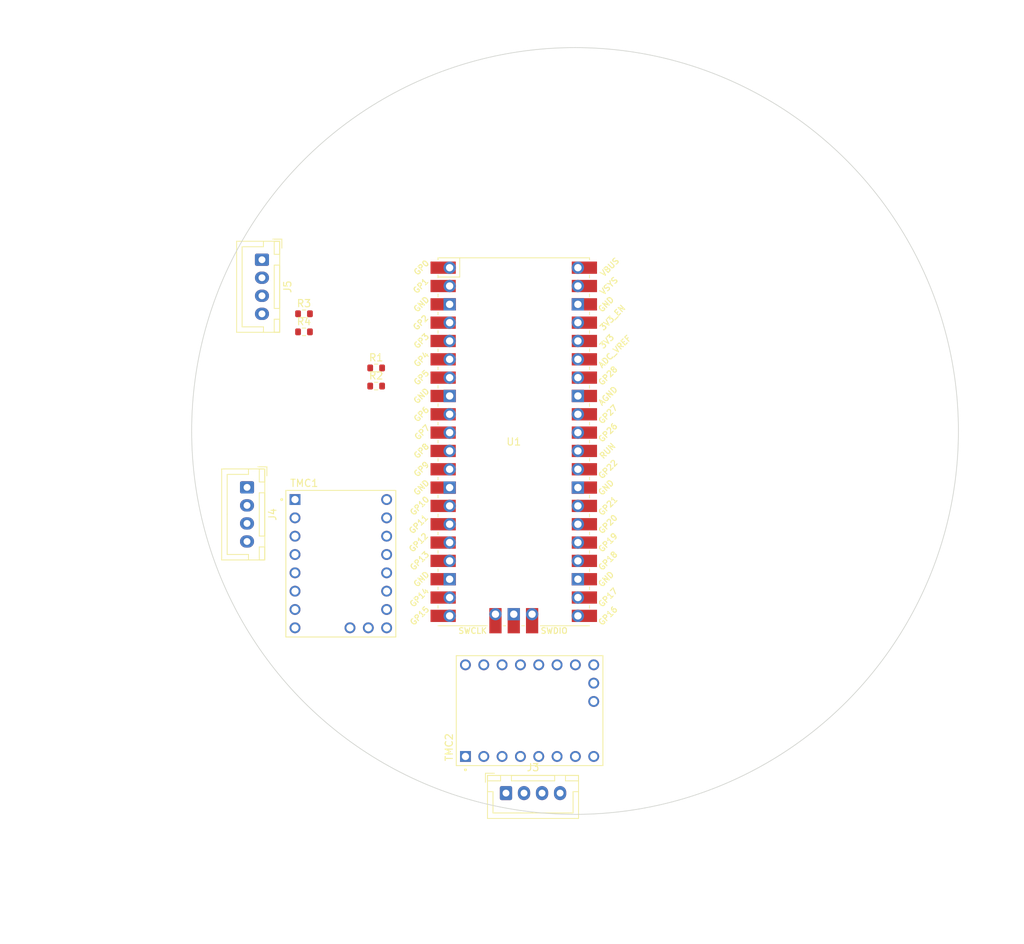
<source format=kicad_pcb>
(kicad_pcb (version 20221018) (generator pcbnew)
  (layers (0 "F.Cu" signal) (1 "In1.Cu" power) (2 "In2.Cu" power) (31 "B.Cu" signal) (34 "B.Paste" user) (35 "F.Paste" user) (36 "B.SilkS" user "B.Silkscreen") (37 "F.SilkS" user "F.Silkscreen") (38 "B.Mask" user) (39 "F.Mask" user) (44 "Edge.Cuts" user))
  (net 0 "")
  (net 1 "/MotorB1B")
  (net 2 "/MotorB1A")
  (net 3 "/MotorB2A")
  (net 4 "/MotorB2B")
  (net 5 "/MotorA1B")
  (net 6 "/MotorA1A")
  (net 7 "/MotorA2A")
  (net 8 "/MotorA2B")
  (net 11 "SDA")
  (net 12 "SCL")
  (net 13 "ENCODER_1A")
  (net 14 "+3V3")
  (net 15 "ENCODER_1B")
  (net 16 "STEPA")
  (net 18 "UART_TX_A")
  (net 19 "UART_RX_A")
  (net 20 "MS2A")
  (net 21 "MS1A")
  (net 22 "GND")
  (net 23 "+12V")
  (net 24 "DIRA")
  (net 25 "STEPB")
  (net 27 "UART_TX_B")
  (net 28 "UART_RX_B")
  (net 29 "MS2B")
  (net 30 "MS1B")
  (net 31 "DIRB")
  (net 32 "ENCODER_2A")
  (net 33 "ENCODER_2B")
  (net 34 "ENCODER_2C")
  (net 37 "/USB_DETECT")
  (net 41 "BATT_SENSE_LV")
  (net 42 "BATT_SENSE_HV")
  (footprint "Connector_JST:JST_XH_B4B-XH-A_1x04_P2.50mm_Vertical" (layer "F.Cu") (at 115 55 -90)
    (fp_text reference "J5" (at 3.75 -3.55 90) (layer "F.SilkS"))
    (fp_text value "Conn_01x04")
    (fp_line (start -2.85 -2.75) (end -2.85 -1.5) (stroke (width 0.12)) (layer "F.SilkS"))
    (fp_line (start -2.56 -2.46) (end -2.56 3.51) (stroke (width 0.12)) (layer "F.SilkS"))
    (fp_line (start -2.56 3.51) (end 10.06 3.51) (stroke (width 0.12)) (layer "F.SilkS"))
    (fp_line (start -2.55 -2.45) (end -2.55 -1.7) (stroke (width 0.12)) (layer "F.SilkS"))
    (fp_line (start -2.55 -1.7) (end -0.75 -1.7) (stroke (width 0.12)) (layer "F.SilkS"))
    (fp_line (start -2.55 -0.2) (end -1.8 -0.2) (stroke (width 0.12)) (layer "F.SilkS"))
    (fp_line (start -1.8 -0.2) (end -1.8 2.75) (stroke (width 0.12)) (layer "F.SilkS"))
    (fp_line (start -1.8 2.75) (end 3.75 2.75) (stroke (width 0.12)) (layer "F.SilkS"))
    (fp_line (start -1.6 -2.75) (end -2.85 -2.75) (stroke (width 0.12)) (layer "F.SilkS"))
    (fp_line (start -0.75 -2.45) (end -2.55 -2.45) (stroke (width 0.12)) (layer "F.SilkS"))
    (fp_line (start -0.75 -1.7) (end -0.75 -2.45) (stroke (width 0.12)) (layer "F.SilkS"))
    (fp_line (start 0.75 -2.45) (end 0.75 -1.7) (stroke (width 0.12)) (layer "F.SilkS"))
    (fp_line (start 0.75 -1.7) (end 6.75 -1.7) (stroke (width 0.12)) (layer "F.SilkS"))
    (fp_line (start 6.75 -2.45) (end 0.75 -2.45) (stroke (width 0.12)) (layer "F.SilkS"))
    (fp_line (start 6.75 -1.7) (end 6.75 -2.45) (stroke (width 0.12)) (layer "F.SilkS"))
    (fp_line (start 8.25 -2.45) (end 8.25 -1.7) (stroke (width 0.12)) (layer "F.SilkS"))
    (fp_line (start 8.25 -1.7) (end 10.05 -1.7) (stroke (width 0.12)) (layer "F.SilkS"))
    (fp_line (start 9.3 -0.2) (end 9.3 2.75) (stroke (width 0.12)) (layer "F.SilkS"))
    (fp_line (start 9.3 2.75) (end 3.75 2.75) (stroke (width 0.12)) (layer "F.SilkS"))
    (fp_line (start 10.05 -2.45) (end 8.25 -2.45) (stroke (width 0.12)) (layer "F.SilkS"))
    (fp_line (start 10.05 -1.7) (end 10.05 -2.45) (stroke (width 0.12)) (layer "F.SilkS"))
    (fp_line (start 10.05 -0.2) (end 9.3 -0.2) (stroke (width 0.12)) (layer "F.SilkS"))
    (fp_line (start 10.06 -2.46) (end -2.56 -2.46) (stroke (width 0.12)) (layer "F.SilkS"))
    (fp_line (start 10.06 3.51) (end 10.06 -2.46) (stroke (width 0.12)) (layer "F.SilkS"))
    (pad "1" thru_hole roundrect (at 0 0 270) (size 1.7 1.95) (drill 0.95) (layers "*.Cu" "*.Mask") (roundrect_rratio 0.147059))
    (pad "2" thru_hole oval (at 2.5 0 270) (size 1.7 1.95) (drill 0.95) (layers "*.Cu" "*.Mask"))
    (pad "3" thru_hole oval (at 5 0 270) (size 1.7 1.95) (drill 0.95) (layers "*.Cu" "*.Mask") (net 11 "SDA"))
    (pad "4" thru_hole oval (at 7.5 0 270) (size 1.7 1.95) (drill 0.95) (layers "*.Cu" "*.Mask") (net 12 "SCL"))
  )
  (footprint "Resistor_SMD:R_0603_1608Metric" (layer "F.Cu") (at 120.825 65)
    (fp_text reference "R4" (at 0 -1.43) (layer "F.SilkS"))
    (fp_text value "4k7")
    (fp_line (start -0.237258 -0.5225) (end 0.237258 -0.5225) (stroke (width 0.12)) (layer "F.SilkS"))
    (fp_line (start -0.237258 0.5225) (end 0.237258 0.5225) (stroke (width 0.12)) (layer "F.SilkS"))
    (pad "1" smd roundrect (at -0.825 0) (size 0.8 0.95) (layers "F.Cu" "F.Paste" "F.Mask") (net 12 "SCL"))
    (pad "2" smd roundrect (at 0.825 0) (size 0.8 0.95) (layers "F.Cu" "F.Paste" "F.Mask") (net 14 "+3V3"))
  )
  (footprint "TMC2209_SILENTSTEPSTICK:MODULE_TMC2209_SILENTSTEPSTICK" (layer "F.Cu") (at 125.9317 97.1296)
    (fp_text reference "TMC1" (at -5.075 -11.155) (layer "F.SilkS"))
    (fp_text value "~")
    (fp_line (start -7.62 -10.16) (end 7.62 -10.16) (stroke (width 0.127)) (layer "F.SilkS"))
    (fp_line (start -7.62 10.16) (end -7.62 -10.16) (stroke (width 0.127)) (layer "F.SilkS"))
    (fp_line (start 7.62 -10.16) (end 7.62 10.16) (stroke (width 0.127)) (layer "F.SilkS"))
    (fp_line (start 7.62 10.16) (end -7.62 10.16) (stroke (width 0.127)) (layer "F.SilkS"))
    (fp_circle (center -8.2 -8.89) (end -8.1 -8.89) (stroke (width 0.2)) (fill none) (layer "F.SilkS"))
    (pad "1" thru_hole rect (at -6.35 -8.89) (size 1.508 1.508) (drill 1) (layers "*.Cu" "*.Mask") (net 22 "GND"))
    (pad "2" thru_hole circle (at -6.35 -6.35) (size 1.508 1.508) (drill 1) (layers "*.Cu" "*.Mask") (net 23 "+12V"))
    (pad "3" thru_hole circle (at -6.35 -3.81) (size 1.508 1.508) (drill 1) (layers "*.Cu" "*.Mask") (net 5 "/MotorA1B"))
    (pad "4" thru_hole circle (at -6.35 -1.27) (size 1.508 1.508) (drill 1) (layers "*.Cu" "*.Mask") (net 6 "/MotorA1A"))
    (pad "5" thru_hole circle (at -6.35 1.27) (size 1.508 1.508) (drill 1) (layers "*.Cu" "*.Mask") (net 7 "/MotorA2A"))
    (pad "6" thru_hole circle (at -6.35 3.81) (size 1.508 1.508) (drill 1) (layers "*.Cu" "*.Mask") (net 8 "/MotorA2B"))
    (pad "7" thru_hole circle (at -6.35 6.35) (size 1.508 1.508) (drill 1) (layers "*.Cu" "*.Mask") (net 22 "GND"))
    (pad "8" thru_hole circle (at -6.35 8.89) (size 1.508 1.508) (drill 1) (layers "*.Cu" "*.Mask") (net 24 "DIRA"))
    (pad "9" thru_hole circle (at 6.35 -8.89) (size 1.508 1.508) (drill 1) (layers "*.Cu" "*.Mask") (net 16 "STEPA"))
    (pad "10" thru_hole circle (at 6.35 -6.35) (size 1.508 1.508) (drill 1) (layers "*.Cu" "*.Mask"))
    (pad "11" thru_hole circle (at 6.35 -3.81) (size 1.508 1.508) (drill 1) (layers "*.Cu" "*.Mask") (net 18 "UART_TX_A"))
    (pad "12" thru_hole circle (at 6.35 -1.27) (size 1.508 1.508) (drill 1) (layers "*.Cu" "*.Mask") (net 19 "UART_RX_A"))
    (pad "13" thru_hole circle (at 6.35 1.27) (size 1.508 1.508) (drill 1) (layers "*.Cu" "*.Mask") (net 20 "MS2A"))
    (pad "14" thru_hole circle (at 6.35 3.81) (size 1.508 1.508) (drill 1) (layers "*.Cu" "*.Mask") (net 21 "MS1A"))
    (pad "15" thru_hole circle (at 6.35 6.35) (size 1.508 1.508) (drill 1) (layers "*.Cu" "*.Mask"))
    (pad "16" thru_hole circle (at 6.35 8.89) (size 1.508 1.508) (drill 1) (layers "*.Cu" "*.Mask"))
    (pad "17" thru_hole circle (at 1.27 8.89) (size 1.508 1.508) (drill 1) (layers "*.Cu" "*.Mask"))
    (pad "18" thru_hole circle (at 3.81 8.89) (size 1.508 1.508) (drill 1) (layers "*.Cu" "*.Mask"))
  )
  (footprint "Connector_JST:JST_XH_B4B-XH-A_1x04_P2.50mm_Vertical" (layer "F.Cu") (at 148.8224 128.9304)
    (fp_text reference "J3" (at 3.75 -3.55) (layer "F.SilkS"))
    (fp_text value "Conn_01x04")
    (fp_line (start -2.85 -2.75) (end -2.85 -1.5) (stroke (width 0.12)) (layer "F.SilkS"))
    (fp_line (start -2.56 -2.46) (end -2.56 3.51) (stroke (width 0.12)) (layer "F.SilkS"))
    (fp_line (start -2.56 3.51) (end 10.06 3.51) (stroke (width 0.12)) (layer "F.SilkS"))
    (fp_line (start -2.55 -2.45) (end -2.55 -1.7) (stroke (width 0.12)) (layer "F.SilkS"))
    (fp_line (start -2.55 -1.7) (end -0.75 -1.7) (stroke (width 0.12)) (layer "F.SilkS"))
    (fp_line (start -2.55 -0.2) (end -1.8 -0.2) (stroke (width 0.12)) (layer "F.SilkS"))
    (fp_line (start -1.8 -0.2) (end -1.8 2.75) (stroke (width 0.12)) (layer "F.SilkS"))
    (fp_line (start -1.8 2.75) (end 3.75 2.75) (stroke (width 0.12)) (layer "F.SilkS"))
    (fp_line (start -1.6 -2.75) (end -2.85 -2.75) (stroke (width 0.12)) (layer "F.SilkS"))
    (fp_line (start -0.75 -2.45) (end -2.55 -2.45) (stroke (width 0.12)) (layer "F.SilkS"))
    (fp_line (start -0.75 -1.7) (end -0.75 -2.45) (stroke (width 0.12)) (layer "F.SilkS"))
    (fp_line (start 0.75 -2.45) (end 0.75 -1.7) (stroke (width 0.12)) (layer "F.SilkS"))
    (fp_line (start 0.75 -1.7) (end 6.75 -1.7) (stroke (width 0.12)) (layer "F.SilkS"))
    (fp_line (start 6.75 -2.45) (end 0.75 -2.45) (stroke (width 0.12)) (layer "F.SilkS"))
    (fp_line (start 6.75 -1.7) (end 6.75 -2.45) (stroke (width 0.12)) (layer "F.SilkS"))
    (fp_line (start 8.25 -2.45) (end 8.25 -1.7) (stroke (width 0.12)) (layer "F.SilkS"))
    (fp_line (start 8.25 -1.7) (end 10.05 -1.7) (stroke (width 0.12)) (layer "F.SilkS"))
    (fp_line (start 9.3 -0.2) (end 9.3 2.75) (stroke (width 0.12)) (layer "F.SilkS"))
    (fp_line (start 9.3 2.75) (end 3.75 2.75) (stroke (width 0.12)) (layer "F.SilkS"))
    (fp_line (start 10.05 -2.45) (end 8.25 -2.45) (stroke (width 0.12)) (layer "F.SilkS"))
    (fp_line (start 10.05 -1.7) (end 10.05 -2.45) (stroke (width 0.12)) (layer "F.SilkS"))
    (fp_line (start 10.05 -0.2) (end 9.3 -0.2) (stroke (width 0.12)) (layer "F.SilkS"))
    (fp_line (start 10.06 -2.46) (end -2.56 -2.46) (stroke (width 0.12)) (layer "F.SilkS"))
    (fp_line (start 10.06 3.51) (end 10.06 -2.46) (stroke (width 0.12)) (layer "F.SilkS"))
    (pad "1" thru_hole roundrect (at 0 0) (size 1.7 1.95) (drill 0.95) (layers "*.Cu" "*.Mask") (roundrect_rratio 0.147059) (net 1 "/MotorB1B"))
    (pad "2" thru_hole oval (at 2.5 0) (size 1.7 1.95) (drill 0.95) (layers "*.Cu" "*.Mask") (net 2 "/MotorB1A"))
    (pad "3" thru_hole oval (at 5 0) (size 1.7 1.95) (drill 0.95) (layers "*.Cu" "*.Mask") (net 3 "/MotorB2A"))
    (pad "4" thru_hole oval (at 7.5 0) (size 1.7 1.95) (drill 0.95) (layers "*.Cu" "*.Mask") (net 4 "/MotorB2B"))
  )
  (footprint "Connector_JST:JST_XH_B4B-XH-A_1x04_P2.50mm_Vertical" (layer "F.Cu") (at 112.9284 86.5524 -90)
    (fp_text reference "J4" (at 3.75 -3.55 90) (layer "F.SilkS"))
    (fp_text value "Conn_01x04")
    (fp_line (start -2.85 -2.75) (end -2.85 -1.5) (stroke (width 0.12)) (layer "F.SilkS"))
    (fp_line (start -2.56 -2.46) (end -2.56 3.51) (stroke (width 0.12)) (layer "F.SilkS"))
    (fp_line (start -2.56 3.51) (end 10.06 3.51) (stroke (width 0.12)) (layer "F.SilkS"))
    (fp_line (start -2.55 -2.45) (end -2.55 -1.7) (stroke (width 0.12)) (layer "F.SilkS"))
    (fp_line (start -2.55 -1.7) (end -0.75 -1.7) (stroke (width 0.12)) (layer "F.SilkS"))
    (fp_line (start -2.55 -0.2) (end -1.8 -0.2) (stroke (width 0.12)) (layer "F.SilkS"))
    (fp_line (start -1.8 -0.2) (end -1.8 2.75) (stroke (width 0.12)) (layer "F.SilkS"))
    (fp_line (start -1.8 2.75) (end 3.75 2.75) (stroke (width 0.12)) (layer "F.SilkS"))
    (fp_line (start -1.6 -2.75) (end -2.85 -2.75) (stroke (width 0.12)) (layer "F.SilkS"))
    (fp_line (start -0.75 -2.45) (end -2.55 -2.45) (stroke (width 0.12)) (layer "F.SilkS"))
    (fp_line (start -0.75 -1.7) (end -0.75 -2.45) (stroke (width 0.12)) (layer "F.SilkS"))
    (fp_line (start 0.75 -2.45) (end 0.75 -1.7) (stroke (width 0.12)) (layer "F.SilkS"))
    (fp_line (start 0.75 -1.7) (end 6.75 -1.7) (stroke (width 0.12)) (layer "F.SilkS"))
    (fp_line (start 6.75 -2.45) (end 0.75 -2.45) (stroke (width 0.12)) (layer "F.SilkS"))
    (fp_line (start 6.75 -1.7) (end 6.75 -2.45) (stroke (width 0.12)) (layer "F.SilkS"))
    (fp_line (start 8.25 -2.45) (end 8.25 -1.7) (stroke (width 0.12)) (layer "F.SilkS"))
    (fp_line (start 8.25 -1.7) (end 10.05 -1.7) (stroke (width 0.12)) (layer "F.SilkS"))
    (fp_line (start 9.3 -0.2) (end 9.3 2.75) (stroke (width 0.12)) (layer "F.SilkS"))
    (fp_line (start 9.3 2.75) (end 3.75 2.75) (stroke (width 0.12)) (layer "F.SilkS"))
    (fp_line (start 10.05 -2.45) (end 8.25 -2.45) (stroke (width 0.12)) (layer "F.SilkS"))
    (fp_line (start 10.05 -1.7) (end 10.05 -2.45) (stroke (width 0.12)) (layer "F.SilkS"))
    (fp_line (start 10.05 -0.2) (end 9.3 -0.2) (stroke (width 0.12)) (layer "F.SilkS"))
    (fp_line (start 10.06 -2.46) (end -2.56 -2.46) (stroke (width 0.12)) (layer "F.SilkS"))
    (fp_line (start 10.06 3.51) (end 10.06 -2.46) (stroke (width 0.12)) (layer "F.SilkS"))
    (pad "1" thru_hole roundrect (at 0 0 270) (size 1.7 1.95) (drill 0.95) (layers "*.Cu" "*.Mask") (roundrect_rratio 0.147059) (net 5 "/MotorA1B"))
    (pad "2" thru_hole oval (at 2.5 0 270) (size 1.7 1.95) (drill 0.95) (layers "*.Cu" "*.Mask") (net 6 "/MotorA1A"))
    (pad "3" thru_hole oval (at 5 0 270) (size 1.7 1.95) (drill 0.95) (layers "*.Cu" "*.Mask") (net 7 "/MotorA2A"))
    (pad "4" thru_hole oval (at 7.5 0 270) (size 1.7 1.95) (drill 0.95) (layers "*.Cu" "*.Mask") (net 8 "/MotorA2B"))
  )
  (footprint "TMC2209_SILENTSTEPSTICK:MODULE_TMC2209_SILENTSTEPSTICK" (layer "F.Cu") (at 152.0952 117.5004 90)
    (fp_text reference "TMC2" (at -5.075 -11.155 90) (layer "F.SilkS"))
    (fp_text value "~")
    (fp_line (start -7.62 -10.16) (end 7.62 -10.16) (stroke (width 0.127)) (layer "F.SilkS"))
    (fp_line (start -7.62 10.16) (end -7.62 -10.16) (stroke (width 0.127)) (layer "F.SilkS"))
    (fp_line (start 7.62 -10.16) (end 7.62 10.16) (stroke (width 0.127)) (layer "F.SilkS"))
    (fp_line (start 7.62 10.16) (end -7.62 10.16) (stroke (width 0.127)) (layer "F.SilkS"))
    (fp_circle (center -8.2 -8.89) (end -8.1 -8.89) (stroke (width 0.2)) (fill none) (layer "F.SilkS"))
    (pad "1" thru_hole rect (at -6.35 -8.89 90) (size 1.508 1.508) (drill 1) (layers "*.Cu" "*.Mask") (net 22 "GND"))
    (pad "2" thru_hole circle (at -6.35 -6.35 90) (size 1.508 1.508) (drill 1) (layers "*.Cu" "*.Mask") (net 23 "+12V"))
    (pad "3" thru_hole circle (at -6.35 -3.81 90) (size 1.508 1.508) (drill 1) (layers "*.Cu" "*.Mask") (net 1 "/MotorB1B"))
    (pad "4" thru_hole circle (at -6.35 -1.27 90) (size 1.508 1.508) (drill 1) (layers "*.Cu" "*.Mask") (net 2 "/MotorB1A"))
    (pad "5" thru_hole circle (at -6.35 1.27 90) (size 1.508 1.508) (drill 1) (layers "*.Cu" "*.Mask") (net 3 "/MotorB2A"))
    (pad "6" thru_hole circle (at -6.35 3.81 90) (size 1.508 1.508) (drill 1) (layers "*.Cu" "*.Mask") (net 4 "/MotorB2B"))
    (pad "7" thru_hole circle (at -6.35 6.35 90) (size 1.508 1.508) (drill 1) (layers "*.Cu" "*.Mask") (net 22 "GND"))
    (pad "8" thru_hole circle (at -6.35 8.89 90) (size 1.508 1.508) (drill 1) (layers "*.Cu" "*.Mask") (net 31 "DIRB"))
    (pad "9" thru_hole circle (at 6.35 -8.89 90) (size 1.508 1.508) (drill 1) (layers "*.Cu" "*.Mask") (net 25 "STEPB"))
    (pad "10" thru_hole circle (at 6.35 -6.35 90) (size 1.508 1.508) (drill 1) (layers "*.Cu" "*.Mask"))
    (pad "11" thru_hole circle (at 6.35 -3.81 90) (size 1.508 1.508) (drill 1) (layers "*.Cu" "*.Mask") (net 27 "UART_TX_B"))
    (pad "12" thru_hole circle (at 6.35 -1.27 90) (size 1.508 1.508) (drill 1) (layers "*.Cu" "*.Mask") (net 28 "UART_RX_B"))
    (pad "13" thru_hole circle (at 6.35 1.27 90) (size 1.508 1.508) (drill 1) (layers "*.Cu" "*.Mask") (net 29 "MS2B"))
    (pad "14" thru_hole circle (at 6.35 3.81 90) (size 1.508 1.508) (drill 1) (layers "*.Cu" "*.Mask") (net 30 "MS1B"))
    (pad "15" thru_hole circle (at 6.35 6.35 90) (size 1.508 1.508) (drill 1) (layers "*.Cu" "*.Mask"))
    (pad "16" thru_hole circle (at 6.35 8.89 90) (size 1.508 1.508) (drill 1) (layers "*.Cu" "*.Mask"))
    (pad "17" thru_hole circle (at 1.27 8.89 90) (size 1.508 1.508) (drill 1) (layers "*.Cu" "*.Mask"))
    (pad "18" thru_hole circle (at 3.81 8.89 90) (size 1.508 1.508) (drill 1) (layers "*.Cu" "*.Mask"))
  )
  (footprint "Resistor_SMD:R_0603_1608Metric" (layer "F.Cu") (at 130.825 70)
    (fp_text reference "R1" (at 0 -1.43) (layer "F.SilkS"))
    (fp_text value "TBD")
    (fp_line (start -0.237258 -0.5225) (end 0.237258 -0.5225) (stroke (width 0.12)) (layer "F.SilkS"))
    (fp_line (start -0.237258 0.5225) (end 0.237258 0.5225) (stroke (width 0.12)) (layer "F.SilkS"))
    (pad "1" smd roundrect (at -0.825 0) (size 0.8 0.95) (layers "F.Cu" "F.Paste" "F.Mask") (net 13 "ENCODER_1A"))
    (pad "2" smd roundrect (at 0.825 0) (size 0.8 0.95) (layers "F.Cu" "F.Paste" "F.Mask") (net 14 "+3V3"))
  )
  (footprint "MCU_RaspberryPi_and_Boards:RPi_Pico_SMD_TH" (layer "F.Cu") (at 149.9024 80.233)
    (fp_text reference "U1" (at 0 0) (layer "F.SilkS"))
    (fp_text value "Pico")
    (fp_text user "GP20" (at 13.054 11.43 45) (layer "F.SilkS") (effects (font (size 0.8 0.8))))
    (fp_text user "GND" (at -12.8 -6.35 45) (layer "F.SilkS") (effects (font (size 0.8 0.8))))
    (fp_text user "GND" (at 12.8 19.05 45) (layer "F.SilkS") (effects (font (size 0.8 0.8))))
    (fp_text user "GP7" (at -12.7 -1.3 45) (layer "F.SilkS") (effects (font (size 0.8 0.8))))
    (fp_text user "GP11" (at -13.2 11.43 45) (layer "F.SilkS") (effects (font (size 0.8 0.8))))
    (fp_text user "GP0" (at -12.8 -24.13 45) (layer "F.SilkS") (effects (font (size 0.8 0.8))))
    (fp_text user "GP8" (at -12.8 1.27 45) (layer "F.SilkS") (effects (font (size 0.8 0.8))))
    (fp_text user "GP16" (at 13.054 24.13 45) (layer "F.SilkS") (effects (font (size 0.8 0.8))))
    (fp_text user "SWCLK" (at -5.7 26.2) (layer "F.SilkS") (effects (font (size 0.8 0.8))))
    (fp_text user "GP22" (at 13.054 3.81 45) (layer "F.SilkS") (effects (font (size 0.8 0.8))))
    (fp_text user "GP1" (at -12.9 -21.6 45) (layer "F.SilkS") (effects (font (size 0.8 0.8))))
    (fp_text user "GP9" (at -12.8 3.81 45) (layer "F.SilkS") (effects (font (size 0.8 0.8))))
    (fp_text user "GP15" (at -13.054 24.13 45) (layer "F.SilkS") (effects (font (size 0.8 0.8))))
    (fp_text user "GP6" (at -12.8 -3.81 45) (layer "F.SilkS") (effects (font (size 0.8 0.8))))
    (fp_text user "GP26" (at 13.054 -1.27 45) (layer "F.SilkS") (effects (font (size 0.8 0.8))))
    (fp_text user "GP21" (at 13.054 8.9 45) (layer "F.SilkS") (effects (font (size 0.8 0.8))))
    (fp_text user "GND" (at -12.8 6.35 45) (layer "F.SilkS") (effects (font (size 0.8 0.8))))
    (fp_text user "VSYS" (at 13.2 -21.59 45) (layer "F.SilkS") (effects (font (size 0.8 0.8))))
    (fp_text user "GP5" (at -12.8 -8.89 45) (layer "F.SilkS") (effects (font (size 0.8 0.8))))
    (fp_text user "GP10" (at -13.054 8.89 45) (layer "F.SilkS") (effects (font (size 0.8 0.8))))
    (fp_text user "3V3_EN" (at 13.7 -17.2 45) (layer "F.SilkS") (effects (font (size 0.8 0.8))))
    (fp_text user "GND" (at -12.8 19.05 45) (layer "F.SilkS") (effects (font (size 0.8 0.8))))
    (fp_text user "GND" (at 12.8 6.35 45) (layer "F.SilkS") (effects (font (size 0.8 0.8))))
    (fp_text user "3V3" (at 12.9 -13.9 45) (layer "F.SilkS") (effects (font (size 0.8 0.8))))
    (fp_text user "GND" (at 12.8 -19.05 45) (layer "F.SilkS") (effects (font (size 0.8 0.8))))
    (fp_text user "VBUS" (at 13.3 -24.2 45) (layer "F.SilkS") (effects (font (size 0.8 0.8))))
    (fp_text user "GP12" (at -13.2 13.97 45) (layer "F.SilkS") (effects (font (size 0.8 0.8))))
    (fp_text user "GP18" (at 13.054 16.51 45) (layer "F.SilkS") (effects (font (size 0.8 0.8))))
    (fp_text user "RUN" (at 13 1.27 45) (layer "F.SilkS") (effects (font (size 0.8 0.8))))
    (fp_text user "GP28" (at 13.054 -9.144 45) (layer "F.SilkS") (effects (font (size 0.8 0.8))))
    (fp_text user "GP27" (at 13.054 -3.8 45) (layer "F.SilkS") (effects (font (size 0.8 0.8))))
    (fp_text user "GP2" (at -12.9 -16.51 45) (layer "F.SilkS") (effects (font (size 0.8 0.8))))
    (fp_text user "SWDIO" (at 5.6 26.2) (layer "F.SilkS") (effects (font (size 0.8 0.8))))
    (fp_text user "GND" (at -12.8 -19.05 45) (layer "F.SilkS") (effects (font (size 0.8 0.8))))
    (fp_text user "GP3" (at -12.8 -13.97 45) (layer "F.SilkS") (effects (font (size 0.8 0.8))))
    (fp_text user "GP13" (at -13.054 16.51 45) (layer "F.SilkS") (effects (font (size 0.8 0.8))))
    (fp_text user "GP17" (at 13.054 21.59 45) (layer "F.SilkS") (effects (font (size 0.8 0.8))))
    (fp_text user "GP14" (at -13.1 21.59 45) (layer "F.SilkS") (effects (font (size 0.8 0.8))))
    (fp_text user "ADC_VREF" (at 14 -12.5 45) (layer "F.SilkS") (effects (font (size 0.8 0.8))))
    (fp_text user "AGND" (at 13.054 -6.35 45) (layer "F.SilkS") (effects (font (size 0.8 0.8))))
    (fp_text user "GP19" (at 13.054 13.97 45) (layer "F.SilkS") (effects (font (size 0.8 0.8))))
    (fp_text user "GP4" (at -12.8 -11.43 45) (layer "F.SilkS") (effects (font (size 0.8 0.8))))
    (fp_line (start -10.5 -25.5) (end -10.5 -25.2) (stroke (width 0.12)) (layer "F.SilkS"))
    (fp_line (start -10.5 -25.5) (end 10.5 -25.5) (stroke (width 0.12)) (layer "F.SilkS"))
    (fp_line (start -10.5 -23.1) (end -10.5 -22.7) (stroke (width 0.12)) (layer "F.SilkS"))
    (fp_line (start -10.5 -22.833) (end -7.493 -22.833) (stroke (width 0.12)) (layer "F.SilkS"))
    (fp_line (start -10.5 -20.5) (end -10.5 -20.1) (stroke (width 0.12)) (layer "F.SilkS"))
    (fp_line (start -10.5 -18) (end -10.5 -17.6) (stroke (width 0.12)) (layer "F.SilkS"))
    (fp_line (start -10.5 -15.4) (end -10.5 -15) (stroke (width 0.12)) (layer "F.SilkS"))
    (fp_line (start -10.5 -12.9) (end -10.5 -12.5) (stroke (width 0.12)) (layer "F.SilkS"))
    (fp_line (start -10.5 -10.4) (end -10.5 -10) (stroke (width 0.12)) (layer "F.SilkS"))
    (fp_line (start -10.5 -7.8) (end -10.5 -7.4) (stroke (width 0.12)) (layer "F.SilkS"))
    (fp_line (start -10.5 -5.3) (end -10.5 -4.9) (stroke (width 0.12)) (layer "F.SilkS"))
    (fp_line (start -10.5 -2.7) (end -10.5 -2.3) (stroke (width 0.12)) (layer "F.SilkS"))
    (fp_line (start -10.5 -0.2) (end -10.5 0.2) (stroke (width 0.12)) (layer "F.SilkS"))
    (fp_line (start -10.5 2.3) (end -10.5 2.7) (stroke (width 0.12)) (layer "F.SilkS"))
    (fp_line (start -10.5 4.9) (end -10.5 5.3) (stroke (width 0.12)) (layer "F.SilkS"))
    (fp_line (start -10.5 7.4) (end -10.5 7.8) (stroke (width 0.12)) (layer "F.SilkS"))
    (fp_line (start -10.5 10) (end -10.5 10.4) (stroke (width 0.12)) (layer "F.SilkS"))
    (fp_line (start -10.5 12.5) (end -10.5 12.9) (stroke (width 0.12)) (layer "F.SilkS"))
    (fp_line (start -10.5 15.1) (end -10.5 15.5) (stroke (width 0.12)) (layer "F.SilkS"))
    (fp_line (start -10.5 17.6) (end -10.5 18) (stroke (width 0.12)) (layer "F.SilkS"))
    (fp_line (start -10.5 20.1) (end -10.5 20.5) (stroke (width 0.12)) (layer "F.SilkS"))
    (fp_line (start -10.5 22.7) (end -10.5 23.1) (stroke (width 0.12)) (layer "F.SilkS"))
    (fp_line (start -7.493 -22.833) (end -7.493 -25.5) (stroke (width 0.12)) (layer "F.SilkS"))
    (fp_line (start -3.7 25.5) (end -10.5 25.5) (stroke (width 0.12)) (layer "F.SilkS"))
    (fp_line (start -1.5 25.5) (end -1.1 25.5) (stroke (width 0.12)) (layer "F.SilkS"))
    (fp_line (start 1.1 25.5) (end 1.5 25.5) (stroke (width 0.12)) (layer "F.SilkS"))
    (fp_line (start 10.5 -25.5) (end 10.5 -25.2) (stroke (width 0.12)) (layer "F.SilkS"))
    (fp_line (start 10.5 -23.1) (end 10.5 -22.7) (stroke (width 0.12)) (layer "F.SilkS"))
    (fp_line (start 10.5 -20.5) (end 10.5 -20.1) (stroke (width 0.12)) (layer "F.SilkS"))
    (fp_line (start 10.5 -18) (end 10.5 -17.6) (stroke (width 0.12)) (layer "F.SilkS"))
    (fp_line (start 10.5 -15.4) (end 10.5 -15) (stroke (width 0.12)) (layer "F.SilkS"))
    (fp_line (start 10.5 -12.9) (end 10.5 -12.5) (stroke (width 0.12)) (layer "F.SilkS"))
    (fp_line (start 10.5 -10.4) (end 10.5 -10) (stroke (width 0.12)) (layer "F.SilkS"))
    (fp_line (start 10.5 -7.8) (end 10.5 -7.4) (stroke (width 0.12)) (layer "F.SilkS"))
    (fp_line (start 10.5 -5.3) (end 10.5 -4.9) (stroke (width 0.12)) (layer "F.SilkS"))
    (fp_line (start 10.5 -2.7) (end 10.5 -2.3) (stroke (width 0.12)) (layer "F.SilkS"))
    (fp_line (start 10.5 -0.2) (end 10.5 0.2) (stroke (width 0.12)) (layer "F.SilkS"))
    (fp_line (start 10.5 2.3) (end 10.5 2.7) (stroke (width 0.12)) (layer "F.SilkS"))
    (fp_line (start 10.5 4.9) (end 10.5 5.3) (stroke (width 0.12)) (layer "F.SilkS"))
    (fp_line (start 10.5 7.4) (end 10.5 7.8) (stroke (width 0.12)) (layer "F.SilkS"))
    (fp_line (start 10.5 10) (end 10.5 10.4) (stroke (width 0.12)) (layer "F.SilkS"))
    (fp_line (start 10.5 12.5) (end 10.5 12.9) (stroke (width 0.12)) (layer "F.SilkS"))
    (fp_line (start 10.5 15.1) (end 10.5 15.5) (stroke (width 0.12)) (layer "F.SilkS"))
    (fp_line (start 10.5 17.6) (end 10.5 18) (stroke (width 0.12)) (layer "F.SilkS"))
    (fp_line (start 10.5 20.1) (end 10.5 20.5) (stroke (width 0.12)) (layer "F.SilkS"))
    (fp_line (start 10.5 22.7) (end 10.5 23.1) (stroke (width 0.12)) (layer "F.SilkS"))
    (fp_line (start 10.5 25.5) (end 3.7 25.5) (stroke (width 0.12)) (layer "F.SilkS"))
    (pad "" np_thru_hole oval (at -2.725 -24) (size 1.8 1.8) (drill 1.8) (layers "*.Cu" "*.Mask"))
    (pad "" np_thru_hole oval (at -2.425 -20.97) (size 1.5 1.5) (drill 1.5) (layers "*.Cu" "*.Mask"))
    (pad "" np_thru_hole oval (at 2.425 -20.97) (size 1.5 1.5) (drill 1.5) (layers "*.Cu" "*.Mask"))
    (pad "" np_thru_hole oval (at 2.725 -24) (size 1.8 1.8) (drill 1.8) (layers "*.Cu" "*.Mask"))
    (pad "1" thru_hole oval (at -8.89 -24.13) (size 1.7 1.7) (drill 1.02) (layers "*.Cu" "*.Mask") (net 11 "SDA"))
    (pad "1" smd rect (at -8.89 -24.13) (size 3.5 1.7) (drill (offset -0.9 0)) (layers "F.Cu" "F.Mask") (net 11 "SDA"))
    (pad "2" thru_hole oval (at -8.89 -21.59) (size 1.7 1.7) (drill 1.02) (layers "*.Cu" "*.Mask") (net 12 "SCL"))
    (pad "2" smd rect (at -8.89 -21.59) (size 3.5 1.7) (drill (offset -0.9 0)) (layers "F.Cu" "F.Mask") (net 12 "SCL"))
    (pad "3" thru_hole rect (at -8.89 -19.05) (size 1.7 1.7) (drill 1.02) (layers "*.Cu" "*.Mask") (net 22 "GND"))
    (pad "3" smd rect (at -8.89 -19.05) (size 3.5 1.7) (drill (offset -0.9 0)) (layers "F.Cu" "F.Mask") (net 22 "GND"))
    (pad "4" thru_hole oval (at -8.89 -16.51) (size 1.7 1.7) (drill 1.02) (layers "*.Cu" "*.Mask") (net 13 "ENCODER_1A"))
    (pad "4" smd rect (at -8.89 -16.51) (size 3.5 1.7) (drill (offset -0.9 0)) (layers "F.Cu" "F.Mask") (net 13 "ENCODER_1A"))
    (pad "5" thru_hole oval (at -8.89 -13.97) (size 1.7 1.7) (drill 1.02) (layers "*.Cu" "*.Mask") (net 15 "ENCODER_1B"))
    (pad "5" smd rect (at -8.89 -13.97) (size 3.5 1.7) (drill (offset -0.9 0)) (layers "F.Cu" "F.Mask") (net 15 "ENCODER_1B"))
    (pad "6" thru_hole oval (at -8.89 -11.43) (size 1.7 1.7) (drill 1.02) (layers "*.Cu" "*.Mask") (net 32 "ENCODER_2A"))
    (pad "6" smd rect (at -8.89 -11.43) (size 3.5 1.7) (drill (offset -0.9 0)) (layers "F.Cu" "F.Mask") (net 32 "ENCODER_2A"))
    (pad "7" thru_hole oval (at -8.89 -8.89) (size 1.7 1.7) (drill 1.02) (layers "*.Cu" "*.Mask") (net 33 "ENCODER_2B"))
    (pad "7" smd rect (at -8.89 -8.89) (size 3.5 1.7) (drill (offset -0.9 0)) (layers "F.Cu" "F.Mask") (net 33 "ENCODER_2B"))
    (pad "8" thru_hole rect (at -8.89 -6.35) (size 1.7 1.7) (drill 1.02) (layers "*.Cu" "*.Mask") (net 22 "GND"))
    (pad "8" smd rect (at -8.89 -6.35) (size 3.5 1.7) (drill (offset -0.9 0)) (layers "F.Cu" "F.Mask") (net 22 "GND"))
    (pad "9" thru_hole oval (at -8.89 -3.81) (size 1.7 1.7) (drill 1.02) (layers "*.Cu" "*.Mask") (net 34 "ENCODER_2C"))
    (pad "9" smd rect (at -8.89 -3.81) (size 3.5 1.7) (drill (offset -0.9 0)) (layers "F.Cu" "F.Mask") (net 34 "ENCODER_2C"))
    (pad "10" thru_hole oval (at -8.89 -1.27) (size 1.7 1.7) (drill 1.02) (layers "*.Cu" "*.Mask"))
    (pad "10" smd rect (at -8.89 -1.27) (size 3.5 1.7) (drill (offset -0.9 0)) (layers "F.Cu" "F.Mask"))
    (pad "11" thru_hole oval (at -8.89 1.27) (size 1.7 1.7) (drill 1.02) (layers "*.Cu" "*.Mask"))
    (pad "11" smd rect (at -8.89 1.27) (size 3.5 1.7) (drill (offset -0.9 0)) (layers "F.Cu" "F.Mask"))
    (pad "12" thru_hole oval (at -8.89 3.81) (size 1.7 1.7) (drill 1.02) (layers "*.Cu" "*.Mask") (net 37 "/USB_DETECT"))
    (pad "12" smd rect (at -8.89 3.81) (size 3.5 1.7) (drill (offset -0.9 0)) (layers "F.Cu" "F.Mask") (net 37 "/USB_DETECT"))
    (pad "13" thru_hole rect (at -8.89 6.35) (size 1.7 1.7) (drill 1.02) (layers "*.Cu" "*.Mask") (net 22 "GND"))
    (pad "13" smd rect (at -8.89 6.35) (size 3.5 1.7) (drill (offset -0.9 0)) (layers "F.Cu" "F.Mask") (net 22 "GND"))
    (pad "14" thru_hole oval (at -8.89 8.89) (size 1.7 1.7) (drill 1.02) (layers "*.Cu" "*.Mask") (net 24 "DIRA"))
    (pad "14" smd rect (at -8.89 8.89) (size 3.5 1.7) (drill (offset -0.9 0)) (layers "F.Cu" "F.Mask") (net 24 "DIRA"))
    (pad "15" thru_hole oval (at -8.89 11.43) (size 1.7 1.7) (drill 1.02) (layers "*.Cu" "*.Mask") (net 16 "STEPA"))
    (pad "15" smd rect (at -8.89 11.43) (size 3.5 1.7) (drill (offset -0.9 0)) (layers "F.Cu" "F.Mask") (net 16 "STEPA"))
    (pad "16" thru_hole oval (at -8.89 13.97) (size 1.7 1.7) (drill 1.02) (layers "*.Cu" "*.Mask") (net 18 "UART_TX_A"))
    (pad "16" smd rect (at -8.89 13.97) (size 3.5 1.7) (drill (offset -0.9 0)) (layers "F.Cu" "F.Mask") (net 18 "UART_TX_A"))
    (pad "17" thru_hole oval (at -8.89 16.51) (size 1.7 1.7) (drill 1.02) (layers "*.Cu" "*.Mask") (net 19 "UART_RX_A"))
    (pad "17" smd rect (at -8.89 16.51) (size 3.5 1.7) (drill (offset -0.9 0)) (layers "F.Cu" "F.Mask") (net 19 "UART_RX_A"))
    (pad "18" thru_hole rect (at -8.89 19.05) (size 1.7 1.7) (drill 1.02) (layers "*.Cu" "*.Mask"))
    (pad "18" smd rect (at -8.89 19.05) (size 3.5 1.7) (drill (offset -0.9 0)) (layers "F.Cu" "F.Mask"))
    (pad "19" thru_hole oval (at -8.89 21.59) (size 1.7 1.7) (drill 1.02) (layers "*.Cu" "*.Mask") (net 20 "MS2A"))
    (pad "19" smd rect (at -8.89 21.59) (size 3.5 1.7) (drill (offset -0.9 0)) (layers "F.Cu" "F.Mask") (net 20 "MS2A"))
    (pad "20" thru_hole oval (at -8.89 24.13) (size 1.7 1.7) (drill 1.02) (layers "*.Cu" "*.Mask") (net 21 "MS1A"))
    (pad "20" smd rect (at -8.89 24.13) (size 3.5 1.7) (drill (offset -0.9 0)) (layers "F.Cu" "F.Mask") (net 21 "MS1A"))
    (pad "21" thru_hole oval (at 8.89 24.13) (size 1.7 1.7) (drill 1.02) (layers "*.Cu" "*.Mask") (net 29 "MS2B"))
    (pad "21" smd rect (at 8.89 24.13) (size 3.5 1.7) (drill (offset 0.9 0)) (layers "F.Cu" "F.Mask") (net 29 "MS2B"))
    (pad "22" thru_hole oval (at 8.89 21.59) (size 1.7 1.7) (drill 1.02) (layers "*.Cu" "*.Mask") (net 30 "MS1B"))
    (pad "22" smd rect (at 8.89 21.59) (size 3.5 1.7) (drill (offset 0.9 0)) (layers "F.Cu" "F.Mask") (net 30 "MS1B"))
    (pad "23" thru_hole rect (at 8.89 19.05) (size 1.7 1.7) (drill 1.02) (layers "*.Cu" "*.Mask") (net 22 "GND"))
    (pad "23" smd rect (at 8.89 19.05) (size 3.5 1.7) (drill (offset 0.9 0)) (layers "F.Cu" "F.Mask") (net 22 "GND"))
    (pad "24" thru_hole oval (at 8.89 16.51) (size 1.7 1.7) (drill 1.02) (layers "*.Cu" "*.Mask") (net 31 "DIRB"))
    (pad "24" smd rect (at 8.89 16.51) (size 3.5 1.7) (drill (offset 0.9 0)) (layers "F.Cu" "F.Mask") (net 31 "DIRB"))
    (pad "25" thru_hole oval (at 8.89 13.97) (size 1.7 1.7) (drill 1.02) (layers "*.Cu" "*.Mask") (net 25 "STEPB"))
    (pad "25" smd rect (at 8.89 13.97) (size 3.5 1.7) (drill (offset 0.9 0)) (layers "F.Cu" "F.Mask") (net 25 "STEPB"))
    (pad "26" thru_hole oval (at 8.89 11.43) (size 1.7 1.7) (drill 1.02) (layers "*.Cu" "*.Mask") (net 27 "UART_TX_B"))
    (pad "26" smd rect (at 8.89 11.43) (size 3.5 1.7) (drill (offset 0.9 0)) (layers "F.Cu" "F.Mask") (net 27 "UART_TX_B"))
    (pad "27" thru_hole oval (at 8.89 8.89) (size 1.7 1.7) (drill 1.02) (layers "*.Cu" "*.Mask") (net 28 "UART_RX_B"))
    (pad "27" smd rect (at 8.89 8.89) (size 3.5 1.7) (drill (offset 0.9 0)) (layers "F.Cu" "F.Mask") (net 28 "UART_RX_B"))
    (pad "28" thru_hole rect (at 8.89 6.35) (size 1.7 1.7) (drill 1.02) (layers "*.Cu" "*.Mask") (net 22 "GND"))
    (pad "28" smd rect (at 8.89 6.35) (size 3.5 1.7) (drill (offset 0.9 0)) (layers "F.Cu" "F.Mask") (net 22 "GND"))
    (pad "29" thru_hole oval (at 8.89 3.81) (size 1.7 1.7) (drill 1.02) (layers "*.Cu" "*.Mask"))
    (pad "29" smd rect (at 8.89 3.81) (size 3.5 1.7) (drill (offset 0.9 0)) (layers "F.Cu" "F.Mask"))
    (pad "30" thru_hole oval (at 8.89 1.27) (size 1.7 1.7) (drill 1.02) (layers "*.Cu" "*.Mask"))
    (pad "30" smd rect (at 8.89 1.27) (size 3.5 1.7) (drill (offset 0.9 0)) (layers "F.Cu" "F.Mask"))
    (pad "31" thru_hole oval (at 8.89 -1.27) (size 1.7 1.7) (drill 1.02) (layers "*.Cu" "*.Mask") (net 41 "BATT_SENSE_LV"))
    (pad "31" smd rect (at 8.89 -1.27) (size 3.5 1.7) (drill (offset 0.9 0)) (layers "F.Cu" "F.Mask") (net 41 "BATT_SENSE_LV"))
    (pad "32" thru_hole oval (at 8.89 -3.81) (size 1.7 1.7) (drill 1.02) (layers "*.Cu" "*.Mask") (net 42 "BATT_SENSE_HV"))
    (pad "32" smd rect (at 8.89 -3.81) (size 3.5 1.7) (drill (offset 0.9 0)) (layers "F.Cu" "F.Mask") (net 42 "BATT_SENSE_HV"))
    (pad "33" thru_hole rect (at 8.89 -6.35) (size 1.7 1.7) (drill 1.02) (layers "*.Cu" "*.Mask"))
    (pad "33" smd rect (at 8.89 -6.35) (size 3.5 1.7) (drill (offset 0.9 0)) (layers "F.Cu" "F.Mask"))
    (pad "34" thru_hole oval (at 8.89 -8.89) (size 1.7 1.7) (drill 1.02) (layers "*.Cu" "*.Mask"))
    (pad "34" smd rect (at 8.89 -8.89) (size 3.5 1.7) (drill (offset 0.9 0)) (layers "F.Cu" "F.Mask"))
    (pad "35" thru_hole oval (at 8.89 -11.43) (size 1.7 1.7) (drill 1.02) (layers "*.Cu" "*.Mask"))
    (pad "35" smd rect (at 8.89 -11.43) (size 3.5 1.7) (drill (offset 0.9 0)) (layers "F.Cu" "F.Mask"))
    (pad "36" thru_hole oval (at 8.89 -13.97) (size 1.7 1.7) (drill 1.02) (layers "*.Cu" "*.Mask"))
    (pad "36" smd rect (at 8.89 -13.97) (size 3.5 1.7) (drill (offset 0.9 0)) (layers "F.Cu" "F.Mask"))
    (pad "37" thru_hole oval (at 8.89 -16.51) (size 1.7 1.7) (drill 1.02) (layers "*.Cu" "*.Mask"))
    (pad "37" smd rect (at 8.89 -16.51) (size 3.5 1.7) (drill (offset 0.9 0)) (layers "F.Cu" "F.Mask"))
    (pad "38" thru_hole rect (at 8.89 -19.05) (size 1.7 1.7) (drill 1.02) (layers "*.Cu" "*.Mask") (net 22 "GND"))
    (pad "38" smd rect (at 8.89 -19.05) (size 3.5 1.7) (drill (offset 0.9 0)) (layers "F.Cu" "F.Mask") (net 22 "GND"))
    (pad "39" thru_hole oval (at 8.89 -21.59) (size 1.7 1.7) (drill 1.02) (layers "*.Cu" "*.Mask"))
    (pad "39" smd rect (at 8.89 -21.59) (size 3.5 1.7) (drill (offset 0.9 0)) (layers "F.Cu" "F.Mask"))
    (pad "40" thru_hole oval (at 8.89 -24.13) (size 1.7 1.7) (drill 1.02) (layers "*.Cu" "*.Mask"))
    (pad "40" smd rect (at 8.89 -24.13) (size 3.5 1.7) (drill (offset 0.9 0)) (layers "F.Cu" "F.Mask"))
    (pad "41" thru_hole oval (at -2.54 23.9) (size 1.7 1.7) (drill 1.02) (layers "*.Cu" "*.Mask"))
    (pad "41" smd rect (at -2.54 23.9 90) (size 3.5 1.7) (drill (offset -0.9 0)) (layers "F.Cu" "F.Mask"))
    (pad "42" thru_hole rect (at 0 23.9) (size 1.7 1.7) (drill 1.02) (layers "*.Cu" "*.Mask") (net 22 "GND"))
    (pad "42" smd rect (at 0 23.9 90) (size 3.5 1.7) (drill (offset -0.9 0)) (layers "F.Cu" "F.Mask") (net 22 "GND"))
    (pad "43" thru_hole oval (at 2.54 23.9) (size 1.7 1.7) (drill 1.02) (layers "*.Cu" "*.Mask"))
    (pad "43" smd rect (at 2.54 23.9 90) (size 3.5 1.7) (drill (offset -0.9 0)) (layers "F.Cu" "F.Mask"))
  )
  (footprint "Resistor_SMD:R_0603_1608Metric" (layer "F.Cu") (at 130.825 72.51)
    (fp_text reference "R2" (at 0 -1.43) (layer "F.SilkS"))
    (fp_text value "TBD")
    (fp_line (start -0.237258 -0.5225) (end 0.237258 -0.5225) (stroke (width 0.12)) (layer "F.SilkS"))
    (fp_line (start -0.237258 0.5225) (end 0.237258 0.5225) (stroke (width 0.12)) (layer "F.SilkS"))
    (pad "1" smd roundrect (at -0.825 0) (size 0.8 0.95) (layers "F.Cu" "F.Paste" "F.Mask") (net 15 "ENCODER_1B"))
    (pad "2" smd roundrect (at 0.825 0) (size 0.8 0.95) (layers "F.Cu" "F.Paste" "F.Mask") (net 14 "+3V3"))
  )
  (footprint "Resistor_SMD:R_0603_1608Metric" (layer "F.Cu") (at 120.825 62.49)
    (fp_text reference "R3" (at 0 -1.43) (layer "F.SilkS"))
    (fp_text value "4k7")
    (fp_line (start -0.237258 -0.5225) (end 0.237258 -0.5225) (stroke (width 0.12)) (layer "F.SilkS"))
    (fp_line (start -0.237258 0.5225) (end 0.237258 0.5225) (stroke (width 0.12)) (layer "F.SilkS"))
    (pad "1" smd roundrect (at -0.825 0) (size 0.8 0.95) (layers "F.Cu" "F.Paste" "F.Mask") (net 11 "SDA"))
    (pad "2" smd roundrect (at 0.825 0) (size 0.8 0.95) (layers "F.Cu" "F.Paste" "F.Mask") (net 14 "+3V3"))
  )
  (gr_circle (center 158.3944 78.737051) (end 208.9404 62.337816) (stroke (width 0.1)) (fill none) (layer "Edge.Cuts"))
)
</source>
